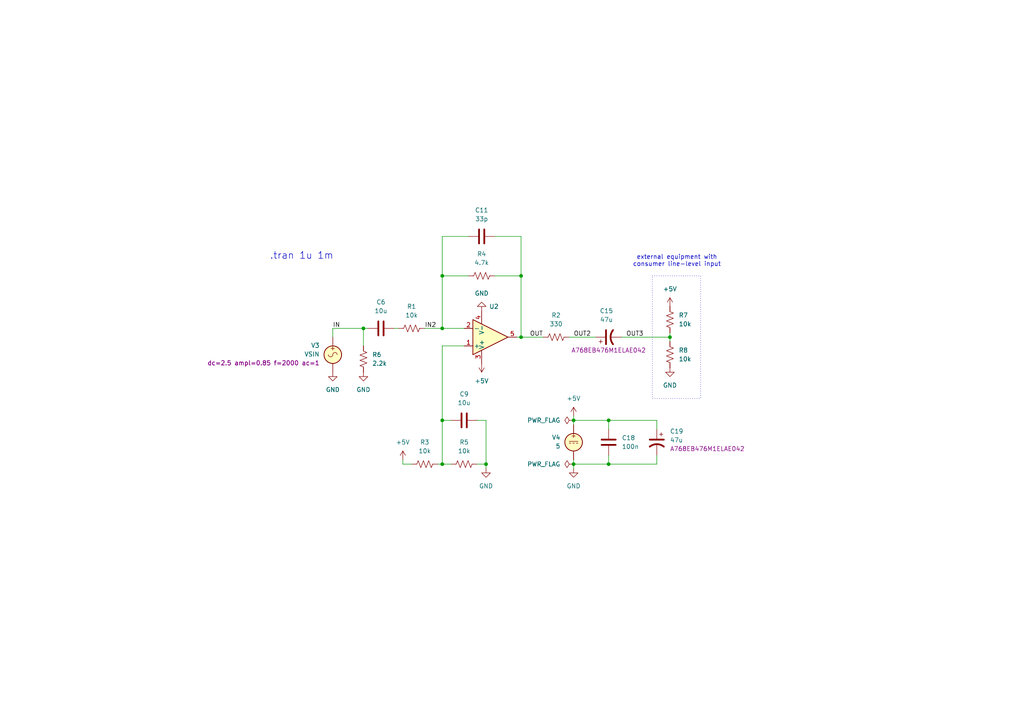
<source format=kicad_sch>
(kicad_sch (version 20231120) (generator "eeschema") (generator_version "8.0")
  (paper "A4")
  (lib_symbols
    (symbol "+5V_1" (power) (pin_names (offset 0))
      (property "Value" "+5V_1" (at 0 3.556 0))
      (symbol "+5V_1_0_1"
        (polyline (pts (xy -0.762 1.27) (xy 0 2.54)))
        (polyline (pts (xy 0 0) (xy 0 2.54)))
        (polyline (pts (xy 0 2.54) (xy 0.762 1.27)))
      )
      (symbol "+5V_1_1_1"
        (pin power_in line (at 0 0 90) (length 0) hide (name "+5V") (number "1"))
      )
    )
    (symbol "Device:C" (pin_numbers hide) (pin_names (offset 0.254))
      (property "Reference" "C" (at 0.635 2.54 0))
      (property "Value" "C" (at 0.635 -2.54 0))
      (symbol "C_0_1"
        (polyline (pts (xy -2.032 -0.762) (xy 2.032 -0.762)) (stroke (width 0.508)))
        (polyline (pts (xy -2.032 0.762) (xy 2.032 0.762)) (stroke (width 0.508)))
      )
      (symbol "C_1_1"
        (pin passive line (at 0 3.81 270) (length 2.794) (name "~") (number "1"))
        (pin passive line (at 0 -3.81 90) (length 2.794) (name "~") (number "2"))
      )
    )
    (symbol "Device:C_Polarized_US" (pin_numbers hide) (pin_names (offset 0.254) hide)
      (property "Reference" "C" (at 0.635 2.54 0))
      (property "Value" "C_Polarized_US" (at 0.635 -2.54 0))
      (symbol "C_Polarized_US_0_1"
        (polyline (pts (xy -2.032 0.762) (xy 2.032 0.762)) (stroke (width 0.508)))
        (polyline (pts (xy -1.778 2.286) (xy -0.762 2.286)))
        (polyline (pts (xy -1.27 1.778) (xy -1.27 2.794)))
        (arc (start 2.032 -1.27) (mid 0 -0.5572) (end -2.032 -1.27) (stroke (width 0.508)))
      )
      (symbol "C_Polarized_US_1_1"
        (pin passive line (at 0 3.81 270) (length 2.794) (name "~") (number "1"))
        (pin passive line (at 0 -3.81 90) (length 3.302) (name "~") (number "2"))
      )
    )
    (symbol "Device:R_US" (pin_numbers hide) (pin_names (offset 0))
      (property "Reference" "R" (at 2.54 0 90))
      (property "Value" "R_US" (at -2.54 0 90))
      (symbol "R_US_0_1"
        (polyline (pts (xy 0 -2.286) (xy 0 -2.54)))
        (polyline (pts (xy 0 2.286) (xy 0 2.54)))
        (polyline (pts (xy 0 -0.762) (xy 1.016 -1.143) (xy 0 -1.524) (xy -1.016 -1.905) (xy 0 -2.286)))
        (polyline (pts (xy 0 0.762) (xy 1.016 0.381) (xy 0 0) (xy -1.016 -0.381) (xy 0 -0.762)))
        (polyline (pts (xy 0 2.286) (xy 1.016 1.905) (xy 0 1.524) (xy -1.016 1.143) (xy 0 0.762)))
      )
      (symbol "R_US_1_1"
        (pin passive line (at 0 3.81 270) (length 1.27) (name "~") (number "1"))
        (pin passive line (at 0 -3.81 90) (length 1.27) (name "~") (number "2"))
      )
    )
    (symbol "GND_1" (power) (pin_names (offset 0))
      (property "Value" "GND_1" (at 0 -3.81 0))
      (symbol "GND_1_0_1"
        (polyline (pts (xy 0 0) (xy 0 -1.27) (xy 1.27 -1.27) (xy 0 -2.54) (xy -1.27 -1.27) (xy 0 -1.27)))
      )
      (symbol "GND_1_1_1"
        (pin power_in line (at 0 0 270) (length 0) hide (name "GND") (number "1"))
      )
    )
    (symbol "GND_2" (power) (pin_names (offset 0))
      (property "Value" "GND" (at 0 -3.81 0))
      (symbol "GND_2_0_1"
        (polyline (pts (xy 0 0) (xy 0 -1.27) (xy 1.27 -1.27) (xy 0 -2.54) (xy -1.27 -1.27) (xy 0 -1.27)))
      )
      (symbol "GND_2_1_1"
        (pin power_in line (at 0 0 270) (length 0) hide (name "GND") (number "1"))
      )
    )
    (symbol "Simulation_SPICE:OPAMP" (pin_names (offset 0.254))
      (property "Reference" "U" (at 3.81 3.175 0))
      (property "Value" "${SIM.PARAMS}" (at 3.81 -3.175 0))
      (symbol "OPAMP_0_1"
        (polyline (pts (xy 5.08 0) (xy -5.08 5.08) (xy -5.08 -5.08) (xy 5.08 0)) (stroke (width 0.254)) (fill (type background)))
      )
      (symbol "OPAMP_1_1"
        (pin input line (at -7.62 2.54 0) (length 2.54) (name "+") (number "1"))
        (pin input line (at -7.62 -2.54 0) (length 2.54) (name "-") (number "2"))
        (pin power_in line (at -2.54 7.62 270) (length 3.81) (name "V+") (number "3"))
        (pin power_in line (at -2.54 -7.62 90) (length 3.81) (name "V-") (number "4"))
        (pin output line (at 7.62 0 180) (length 2.54) (name "~") (number "5"))
      )
    )
    (symbol "VDC_1" (pin_numbers hide) (pin_names (offset 0.0254))
      (property "Reference" "V" (at 2.54 2.54 0))
      (property "Value" "1" (at 2.54 0 0))
      (symbol "VDC_1_0_0"
        (polyline (pts (xy -1.27 0.254) (xy 1.27 0.254)))
        (polyline (pts (xy -0.762 -0.254) (xy -1.27 -0.254)))
        (polyline (pts (xy 0.254 -0.254) (xy -0.254 -0.254)))
        (polyline (pts (xy 1.27 -0.254) (xy 0.762 -0.254)))
        (text "+" (at 0 1.905 0) (effects (font (size 1.27 1.27))))
      )
      (symbol "VDC_1_0_1"
        (circle (center 0 0) (radius 2.54) (stroke (width 0.254)) (fill (type background)))
      )
      (symbol "VDC_1_1_1"
        (pin passive line (at 0 5.08 270) (length 2.54) (name "~") (number "1"))
        (pin passive line (at 0 -5.08 90) (length 2.54) (name "~") (number "2"))
      )
    )
    (symbol "VSIN_1" (pin_numbers hide) (pin_names (offset 0.0254))
      (property "Reference" "V" (at 2.54 2.54 0))
      (property "Value" "VSIN" (at 2.54 0 0))
      (property "Sim.Params" "dc=0 ampl=1 f=1k ac=1" (at 2.54 -2.54 0))
      (symbol "VSIN_1_0_0"
        (arc (start 0 0) (mid -0.635 0.6323) (end -1.27 0))
        (arc (start 0 0) (mid 0.635 -0.6323) (end 1.27 0))
        (text "+" (at 0 1.905 0) (effects (font (size 1.27 1.27))))
      )
      (symbol "VSIN_1_0_1"
        (circle (center 0 0) (radius 2.54) (stroke (width 0.254)) (fill (type background)))
      )
      (symbol "VSIN_1_1_1"
        (pin passive line (at 0 5.08 270) (length 2.54) (name "~") (number "1"))
        (pin passive line (at 0 -5.08 90) (length 2.54) (name "~") (number "2"))
      )
    )
    (symbol "power:PWR_FLAG" (power) (pin_numbers hide) (pin_names (offset 0) hide)
      (property "Value" "PWR_FLAG" (at 0 3.81 0))
      (symbol "PWR_FLAG_0_0"
        (pin power_out line (at 0 0 90) (length 0) (name "pwr") (number "1"))
      )
      (symbol "PWR_FLAG_0_1"
        (polyline (pts (xy 0 0) (xy 0 1.27) (xy -1.016 1.905) (xy 0 2.54) (xy 1.016 1.905) (xy 0 1.27)))
      )
    )
  )
  (junction (at 194.31 97.79))
  (junction (at 166.37 121.92))
  (junction (at 140.97 134.62))
  (junction (at 105.41 95.25))
  (junction (at 176.53 134.62))
  (junction (at 176.53 121.92))
  (junction (at 128.27 95.25))
  (junction (at 128.27 80.01))
  (junction (at 128.27 134.62))
  (junction (at 151.13 80.01))
  (junction (at 128.27 121.92))
  (junction (at 151.13 97.79))
  (junction (at 166.37 134.62))
  (wire (pts (xy 166.37 134.62) (xy 166.37 133.35)))
  (wire (pts (xy 194.31 96.52) (xy 194.31 97.79)))
  (wire (pts (xy 138.43 134.62) (xy 140.97 134.62)))
  (wire (pts (xy 190.5 132.08) (xy 190.5 134.62)))
  (wire (pts (xy 128.27 68.58) (xy 135.89 68.58)))
  (wire (pts (xy 140.97 134.62) (xy 140.97 121.92)))
  (wire (pts (xy 190.5 121.92) (xy 176.53 121.92)))
  (wire (pts (xy 166.37 134.62) (xy 176.53 134.62)))
  (wire (pts (xy 176.53 121.92) (xy 176.53 124.46)))
  (wire (pts (xy 96.52 97.79) (xy 96.52 95.25)))
  (wire (pts (xy 128.27 80.01) (xy 135.89 80.01)))
  (wire (pts (xy 194.31 99.06) (xy 194.31 97.79)))
  (wire (pts (xy 143.51 68.58) (xy 151.13 68.58)))
  (wire (pts (xy 96.52 95.25) (xy 105.41 95.25)))
  (wire (pts (xy 166.37 121.92) (xy 166.37 123.19)))
  (wire (pts (xy 176.53 134.62) (xy 176.53 132.08)))
  (wire (pts (xy 128.27 121.92) (xy 128.27 134.62)))
  (wire (pts (xy 151.13 80.01) (xy 151.13 97.79)))
  (wire (pts (xy 128.27 100.33) (xy 134.62 100.33)))
  (wire (pts (xy 140.97 135.89) (xy 140.97 134.62)))
  (wire (pts (xy 140.97 121.92) (xy 138.43 121.92)))
  (wire (pts (xy 166.37 120.65) (xy 166.37 121.92)))
  (wire (pts (xy 151.13 97.79) (xy 149.86 97.79)))
  (wire (pts (xy 123.19 95.25) (xy 128.27 95.25)))
  (wire (pts (xy 128.27 134.62) (xy 130.81 134.62)))
  (wire (pts (xy 116.84 134.62) (xy 119.38 134.62)))
  (wire (pts (xy 128.27 80.01) (xy 128.27 68.58)))
  (wire (pts (xy 130.81 121.92) (xy 128.27 121.92)))
  (wire (pts (xy 105.41 95.25) (xy 106.68 95.25)))
  (wire (pts (xy 190.5 134.62) (xy 176.53 134.62)))
  (wire (pts (xy 116.84 133.35) (xy 116.84 134.62)))
  (wire (pts (xy 128.27 95.25) (xy 134.62 95.25)))
  (wire (pts (xy 172.72 97.79) (xy 165.1 97.79)))
  (wire (pts (xy 105.41 95.25) (xy 105.41 100.33)))
  (wire (pts (xy 128.27 134.62) (xy 127 134.62)))
  (wire (pts (xy 151.13 97.79) (xy 157.48 97.79)))
  (wire (pts (xy 151.13 68.58) (xy 151.13 80.01)))
  (wire (pts (xy 128.27 100.33) (xy 128.27 121.92)))
  (wire (pts (xy 115.57 95.25) (xy 114.3 95.25)))
  (wire (pts (xy 194.31 97.79) (xy 180.34 97.79)))
  (wire (pts (xy 128.27 95.25) (xy 128.27 80.01)))
  (wire (pts (xy 143.51 80.01) (xy 151.13 80.01)))
  (wire (pts (xy 166.37 135.89) (xy 166.37 134.62)))
  (wire (pts (xy 166.37 121.92) (xy 176.53 121.92)))
  (wire (pts (xy 190.5 124.46) (xy 190.5 121.92)))
  (rectangle (start 189.23 80.01) (end 203.2 115.57) (stroke (width 0) (type dot)))
  (text "external equipment with\nconsumer line-level input" (at 196.342 75.692 0) (effects (font (size 1.27 1.27))))
  (text ".tran 1u 1m" (at 78.232 75.438 0) (effects (font (size 2.0066 2.0066)) (justify left bottom)))
  (label "IN2" (at 123.19 95.25 0))
  (label "IN" (at 96.52 95.25 0))
  (label "OUT3" (at 181.61 97.79 0))
  (label "OUT2" (at 166.37 97.79 0))
  (label "OUT" (at 153.67 97.79 0))
  (symbol (lib_id "Device:C") (at 134.62 121.92 90) (unit 1)
    (property "Reference" "C9" (at 134.62 114.3 90))
    (property "Value" "10u" (at 134.62 116.84 90))
    (property "Footprint" "Capacitor_SMD:C_0805_2012Metric" (effects (hide yes)))
  )
  (symbol (lib_name "+5V_1") (lib_id "power:+5V") (at 166.37 120.65 0) (mirror y) (unit 1)
    (property "Reference" "#PWR023" (effects (hide yes)))
    (property "Value" "+5V" (at 166.37 115.57 0))
  )
  (symbol (lib_name "GND_1") (lib_id "power:GND") (at 139.7 90.17 0) (mirror x) (unit 1)
    (property "Reference" "#PWR0101" (effects (hide yes)))
    (property "Value" "GND" (at 139.7 85.09 0))
  )
  (symbol (lib_id "Device:R_US") (at 161.29 97.79 90) (unit 1)
    (property "Reference" "R2" (at 161.29 91.44 90))
    (property "Value" "330" (at 161.29 93.98 90))
    (property "Footprint" "Resistor_SMD:R_0603_1608Metric" (effects (hide yes)))
  )
  (symbol (lib_name "GND_1") (lib_id "power:GND") (at 194.31 106.68 0) (unit 1)
    (property "Reference" "#PWR04" (effects (hide yes)))
    (property "Value" "GND" (at 194.31 111.76 0))
  )
  (symbol (lib_id "Device:R_US") (at 194.31 92.71 180) (unit 1)
    (property "Reference" "R7" (at 196.85 91.4399 0) (effects (justify right)))
    (property "Value" "10k" (at 196.85 93.9799 0) (effects (justify right)))
    (property "Footprint" "Resistor_SMD:R_0603_1608Metric" (effects (hide yes)))
  )
  (symbol (lib_id "power:PWR_FLAG") (at 166.37 134.62 90) (unit 1)
    (property "Reference" "#FLG02" (effects (hide yes)))
    (property "Value" "PWR_FLAG" (at 162.56 134.6199 90) (effects (justify left)))
    (property "Description" "Special symbol for telling ERC where power comes from" (effects (hide yes)))
  )
  (symbol (lib_id "Simulation_SPICE:OPAMP") (at 142.24 97.79 0) (mirror x) (unit 1)
    (property "Reference" "U2" (at 141.8941 88.9 0) (effects (justify left)))
    (property "Value" "${SIM.PARAMS}" (at 141.8941 91.44 0) (effects (justify left)))
    (property "Description" "Operational amplifier, single, node sequence=1:+ 2:- 3:OUT 4:V+ 5:V-" (effects (hide yes)))
    (property "Sim.Pins" "1=in+ 2=in- 3=vcc 4=vee 5=out" (effects (hide yes)))
    (property "Sim.Device" "SUBCKT" (effects (hide yes)))
    (property "Sim.Library" "${KICAD7_SYMBOL_DIR}/Simulation_SPICE.sp" (effects (hide yes)))
    (property "Sim.Name" "kicad_builtin_opamp" (effects (hide yes)))
  )
  (symbol (lib_id "Device:C_Polarized_US") (at 176.53 97.79 90) (unit 1)
    (property "Reference" "C15" (at 175.895 90.17 90))
    (property "Value" "47u" (at 175.895 92.71 90))
    (property "Footprint" "Capacitor_SMD:CP_Elec_6.3x5.9" (effects (hide yes)))
    (property "Note" "A768EB476M1ELAE042" (at 176.53 101.6 90))
  )
  (symbol (lib_id "Device:R_US") (at 123.19 134.62 90) (unit 1)
    (property "Reference" "R3" (at 123.19 128.27 90))
    (property "Value" "10k" (at 123.19 130.81 90))
    (property "Footprint" "Resistor_SMD:R_0603_1608Metric" (effects (hide yes)))
  )
  (symbol (lib_id "Device:R_US") (at 139.7 80.01 90) (unit 1)
    (property "Reference" "R4" (at 139.7 73.66 90))
    (property "Value" "4.7k" (at 139.7 76.2 90))
    (property "Footprint" "Resistor_SMD:R_0603_1608Metric" (effects (hide yes)))
  )
  (symbol (lib_name "GND_2") (lib_id "power:GND") (at 96.52 107.95 0) (unit 1)
    (property "Reference" "#PWR05" (effects (hide yes)))
    (property "Value" "GND" (at 96.52 113.03 0))
    (property "Description" "Power symbol creates a global label with name \"GND\" , ground" (effects (hide yes)))
  )
  (symbol (lib_id "Device:R_US") (at 119.38 95.25 90) (unit 1)
    (property "Reference" "R1" (at 119.38 88.9 90))
    (property "Value" "10k" (at 119.38 91.44 90))
    (property "Footprint" "Resistor_SMD:R_0603_1608Metric" (effects (hide yes)))
  )
  (symbol (lib_id "power:PWR_FLAG") (at 166.37 121.92 90) (unit 1)
    (property "Reference" "#FLG01" (effects (hide yes)))
    (property "Value" "PWR_FLAG" (at 162.56 121.9199 90) (effects (justify left)))
    (property "Description" "Special symbol for telling ERC where power comes from" (effects (hide yes)))
  )
  (symbol (lib_name "+5V_1") (lib_id "power:+5V") (at 194.31 88.9 0) (mirror y) (unit 1)
    (property "Reference" "#PWR03" (effects (hide yes)))
    (property "Value" "+5V" (at 194.31 83.82 0))
  )
  (symbol (lib_id "Device:R_US") (at 194.31 102.87 180) (unit 1)
    (property "Reference" "R8" (at 196.85 101.5999 0) (effects (justify right)))
    (property "Value" "10k" (at 196.85 104.1399 0) (effects (justify right)))
    (property "Footprint" "Resistor_SMD:R_0603_1608Metric" (effects (hide yes)))
  )
  (symbol (lib_name "+5V_1") (lib_id "power:+5V") (at 139.7 105.41 0) (mirror x) (unit 1)
    (property "Reference" "#PWR01" (effects (hide yes)))
    (property "Value" "+5V" (at 139.7 110.49 0))
  )
  (symbol (lib_name "GND_1") (lib_id "power:GND") (at 105.41 107.95 0) (unit 1)
    (property "Reference" "#PWR016" (effects (hide yes)))
    (property "Value" "GND" (at 105.41 113.03 0))
  )
  (symbol (lib_id "Device:C_Polarized_US") (at 190.5 128.27 0) (mirror y) (unit 1)
    (property "Reference" "C19" (at 194.31 125.095 0) (effects (justify right)))
    (property "Value" "47u" (at 194.31 127.635 0) (effects (justify right)))
    (property "Footprint" "Capacitor_SMD:CP_Elec_6.3x5.9" (effects (hide yes)))
    (property "Note" "A768EB476M1ELAE042" (at 194.31 130.175 0) (effects (justify right)))
  )
  (symbol (lib_id "Device:C") (at 139.7 68.58 90) (unit 1)
    (property "Reference" "C11" (at 139.7 60.96 90))
    (property "Value" "33p" (at 139.7 63.5 90))
    (property "Footprint" "Capacitor_SMD:C_0603_1608Metric" (effects (hide yes)))
  )
  (symbol (lib_name "+5V_1") (lib_id "power:+5V") (at 116.84 133.35 0) (unit 1)
    (property "Reference" "#PWR020" (effects (hide yes)))
    (property "Value" "+5V" (at 116.84 128.27 0))
  )
  (symbol (lib_name "VDC_1") (lib_id "Simulation_SPICE:VDC") (at 166.37 128.27 0) (mirror y) (unit 1)
    (property "Reference" "V4" (at 162.56 126.8701 0) (effects (justify left)))
    (property "Value" "5" (at 162.56 129.4101 0) (effects (justify left)))
    (property "Description" "Voltage source, DC" (effects (hide yes)))
    (property "Sim.Pins" "1=+ 2=-" (effects (hide yes)))
    (property "Sim.Type" "DC" (effects (hide yes)))
    (property "Sim.Device" "V" (effects (hide yes)))
  )
  (symbol (lib_name "GND_2") (lib_id "power:GND") (at 166.37 135.89 0) (unit 1)
    (property "Reference" "#PWR02" (effects (hide yes)))
    (property "Value" "GND" (at 166.37 140.97 0))
    (property "Description" "Power symbol creates a global label with name \"GND\" , ground" (effects (hide yes)))
  )
  (symbol (lib_id "Device:R_US") (at 134.62 134.62 90) (unit 1)
    (property "Reference" "R5" (at 134.62 128.27 90))
    (property "Value" "10k" (at 134.62 130.81 90))
    (property "Footprint" "Resistor_SMD:R_0603_1608Metric" (effects (hide yes)))
  )
  (symbol (lib_name "GND_1") (lib_id "power:GND") (at 140.97 135.89 0) (unit 1)
    (property "Reference" "#PWR022" (effects (hide yes)))
    (property "Value" "GND" (at 140.97 140.97 0))
  )
  (symbol (lib_name "VSIN_1") (lib_id "Simulation_SPICE:VSIN") (at 96.52 102.87 0) (mirror y) (unit 1)
    (property "Reference" "V3" (at 92.71 100.2001 0) (effects (justify left)))
    (property "Value" "VSIN" (at 92.71 102.7401 0) (effects (justify left)))
    (property "Description" "Voltage source, sinusoidal" (effects (hide yes)))
    (property "Sim.Pins" "1=+ 2=-" (effects (hide yes)))
    (property "Sim.Params" "dc=2.5 ampl=0.85 f=2000 ac=1" (at 92.71 105.2801 0) (effects (justify left)))
    (property "Sim.Type" "SIN" (effects (hide yes)))
    (property "Sim.Device" "V" (effects (hide yes)))
  )
  (symbol (lib_id "Device:R_US") (at 105.41 104.14 180) (unit 1)
    (property "Reference" "R6" (at 107.95 102.8699 0) (effects (justify right)))
    (property "Value" "2.2k" (at 107.95 105.4099 0) (effects (justify right)))
    (property "Footprint" "Resistor_SMD:R_0603_1608Metric" (effects (hide yes)))
  )
  (symbol (lib_id "Device:C") (at 176.53 128.27 0) (mirror y) (unit 1)
    (property "Reference" "C18" (at 180.34 127 0) (effects (justify right)))
    (property "Value" "100n" (at 180.34 129.54 0) (effects (justify right)))
    (property "Footprint" "Capacitor_SMD:C_0603_1608Metric" (effects (hide yes)))
  )
  (symbol (lib_id "Device:C") (at 110.49 95.25 90) (unit 1)
    (property "Reference" "C6" (at 110.49 87.63 90))
    (property "Value" "10u" (at 110.49 90.17 90))
    (property "Footprint" "Capacitor_SMD:C_0805_2012Metric" (effects (hide yes)))
  )
)
</source>
